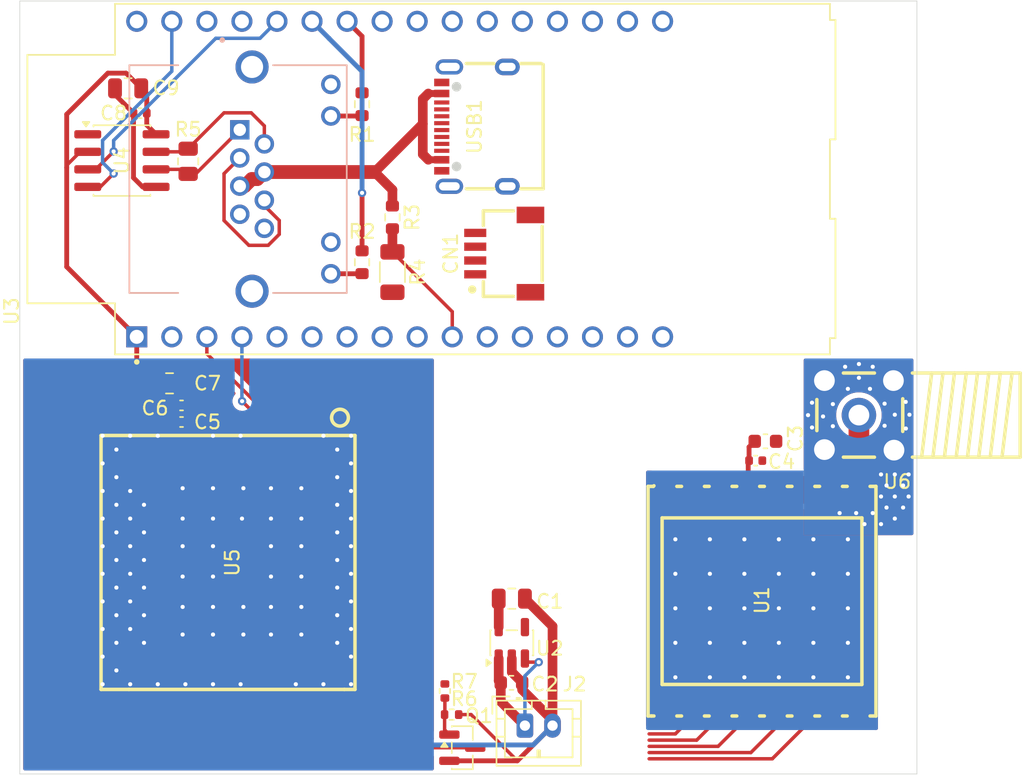
<source format=kicad_pcb>
(kicad_pcb (version 20241229) (generator "pcbnew") (generator_version "9.0")
  (layers (0 "F.Cu" signal) (2 "B.Cu" signal) (13 "F.Paste" user) (15 "B.Paste" user) (5 "F.SilkS" user "F.Silkscreen") (7 "B.SilkS" user "B.Silkscreen") (1 "F.Mask" user) (3 "B.Mask" user) (25 "Edge.Cuts" user))
  (net 0 "")
  (net 1 "+3V3")
  (net 2 "GND")
  (net 3 "+BATT")
  (net 4 "SCL")
  (net 5 "SDA")
  (net 6 "Net-(J1-Pad3)")
  (net 7 "RS_B")
  (net 8 "Net-(J1-Pad10)")
  (net 9 "Net-(J1-Pad12)")
  (net 10 "RS_A")
  (net 11 "VBUS")
  (net 12 "GPS_RESET")
  (net 13 "LED_GRN")
  (net 14 "LED_YLW")
  (net 15 "RJ45_SNS")
  (net 16 "BUSY")
  (net 17 "NRESET")
  (net 19 "SCK")
  (net 20 "Net-(U1-ANT)")
  (net 21 "MISO")
  (net 22 "MOSI")
  (net 23 "CS_1")
  (net 25 "DIO1")
  (net 33 "GPS_RX")
  (net 37 "GPS_TX")
  (net 38 "RS_EN")
  (net 39 "RS_TX")
  (net 57 "Net-(Q1-B)")
  (net 58 "Net-(Q1-C)")
  (footprint "Resistor_SMD:R_1206_3216Metric" (layer "F.Cu") (at 177 63.1375 -90)
    (property "Reference" "R4")
    (property "Value" "4.7k" (hide yes))
  )
  (footprint "Package_TO_SOT_SMD:SOT-23-5" (layer "F.Cu") (at 185.65 90 90)
    (property "Reference" "U2")
    (property "Value" "XC6220B331MR" (hide yes))
  )
  (footprint "library:GPSM-SMD_L18.4-W18.4-P2.54_LC86GLAMD" (layer "F.Cu") (at 165.4 84.1875 -90)
    (property "Reference" "U5")
    (property "Value" "~")
  )
  (footprint "Capacitor_SMD:C_0402_1005Metric" (layer "F.Cu") (at 158.72 51.625 180)
    (property "Reference" "C8")
    (property "Value" "100n" (hide yes))
  )
  (footprint "footprints:MODULE_ESP32-C6-DEVKITC-1-N8" (layer "F.Cu") (at 182.8 56.4 90)
    (property "Reference" "U3")
    (property "Value" "ESP32-C6-DEVKITC-1-N8" (hide yes))
  )
  (footprint "Capacitor_SMD:C_0402_1005Metric" (layer "F.Cu") (at 161.72 74)
    (property "Reference" "C5")
    (property "Value" "33p" (hide yes))
  )
  (footprint "Capacitor_SMD:C_0805_2012Metric" (layer "F.Cu") (at 157.85 49.825 180)
    (property "Reference" "C9")
    (property "Value" "4.7u" (hide yes))
  )
  (footprint "Library:SMA-TH_SMA-KWE_C7498154" (layer "F.Cu") (at 210.82 73.52 180)
    (property "Reference" "U6")
    (property "Value" "~")
  )
  (footprint "Connector_JST:JST_PH_B2B-PH-K_1x02_P2.00mm_Vertical" (layer "F.Cu") (at 186.6 96)
    (property "Reference" "J2")
    (property "Value" "B2B-PH-K-S" (hide yes))
  )
  (footprint "Resistor_SMD:R_0805_2012Metric" (layer "F.Cu") (at 162.2 55.1125 90)
    (property "Reference" "R5")
    (property "Value" "120" (hide yes))
  )
  (footprint "Resistor_SMD:R_0603_1608Metric" (layer "F.Cu") (at 177 59.175 -90)
    (property "Reference" "R3")
    (property "Value" "15K" (hide yes))
  )
  (footprint "Package_SO:SOIC-8_3.9x4.9mm_P1.27mm" (layer "F.Cu") (at 157.4 55.06)
    (property "Reference" "U4")
    (property "Value" "MAX3485")
  )
  (footprint "Resistor_SMD:R_0402_1005Metric" (layer "F.Cu") (at 180.8 93.49 -90)
    (property "Reference" "R7")
    (property "Value" "4.7k" (hide yes))
  )
  (footprint "Capacitor_SMD:C_0402_1005Metric" (layer "F.Cu") (at 203.32 76.8)
    (property "Reference" "C4")
    (property "Value" "100n" (hide yes))
  )
  (footprint "Capacitor_SMD:C_0805_2012Metric" (layer "F.Cu") (at 160.85 71.2)
    (property "Reference" "C7")
    (property "Value" "4.7u" (hide yes))
  )
  (footprint "library:CONN-SMD_4P-P1.00_XY-SM04B-SRSS-TB" (layer "F.Cu") (at 185 61.8 90)
    (property "Reference" "CN1")
    (property "Value" "~")
  )
  (footprint "Capacitor_SMD:C_0603_1608Metric" (layer "F.Cu") (at 185.625 92.9)
    (property "Reference" "C2")
    (property "Value" "10u" (hide yes))
  )
  (footprint "Capacitor_SMD:C_0402_1005Metric" (layer "F.Cu") (at 161.72 72.8)
    (property "Reference" "C6")
    (property "Value" "100n" (hide yes))
  )
  (footprint "Resistor_SMD:R_0603_1608Metric" (layer "F.Cu") (at 174.8 62.425 -90)
    (property "Reference" "R2")
    (property "Value" "150" (hide yes))
  )
  (footprint "Capacitor_SMD:C_0805_2012Metric" (layer "F.Cu") (at 185.65 86.8)
    (property "Reference" "C1")
    (property "Value" "4.7u" (hide yes))
  )
  (footprint "Package_TO_SOT_SMD:SOT-23" (layer "F.Cu") (at 182.0625 97.6)
    (property "Reference" "Q1")
    (property "Value" "MMBT3904" (hide yes))
  )
  (footprint "Resistor_SMD:R_0402_1005Metric" (layer "F.Cu") (at 181.29 95.2)
    (property "Reference" "R6")
    (property "Value" "47k" (hide yes))
  )
  (footprint "Capacitor_SMD:C_0603_1608Metric" (layer "F.Cu") (at 204.025 75.4)
    (property "Reference" "C3")
    (property "Value" "10u" (hide yes))
  )
  (footprint "Resistor_SMD:R_0603_1608Metric" (layer "F.Cu") (at 174.8 50.975 -90)
    (property "Reference" "R1")
    (property "Value" "150" (hide yes))
  )
  (footprint "footprints:WIRELM-SMD_16P-L16.0-W16.0-P2.00_LORA-CC68-915MHZ-TCXO" (layer "F.Cu") (at 203.777716 86.92 90)
    (property "Reference" "U1")
    (property "Value" "LORA1262-915TCXO" (hide yes))
  )
  (footprint "Library:USB-C-SMD_TYPE-C-6PIN-2MD-073" (layer "F.Cu") (at 182.94925 52.6 90)
    (property "Reference" "USB1")
    (property "Value" "~")
    (fp_poly (pts (xy 3.237006 -1.350684) (xy 3.213358 -1.438939) (xy 3.167674 -1.518067) (xy 3.103067 -1.582674) (xy 3.023939 -1.628358) (xy 2.935684 -1.652006) (xy 2.844316 -1.652006) (xy 2.756061 -1.628358) (xy 2.676933 -1.582674) (xy 2.612326 -1.518067) (xy 2.566642 -1.438939) (xy 2.542994 -1.350684) (xy 2.542994 -1.259316) (xy 2.566642 -1.171061) (xy 2.612326 -1.091933) (xy 2.676933 -1.027326) (xy 2.756061 -0.981642) (xy 2.844316 -0.957994) (xy 2.935684 -0.957994) (xy 3.023939 -0.981642) (xy 3.103067 -1.027326) (xy 3.167674 -1.091933) (xy 3.213358 -1.171061) (xy 3.237006 -1.259316)) (fill yes) (layer "Edge.Cuts"))
    (fp_poly (pts (xy -2.542994 -1.350684) (xy -2.566642 -1.438939) (xy -2.612326 -1.518067) (xy -2.676933 -1.582674) (xy -2.756061 -1.628358) (xy -2.844316 -1.652006) (xy -2.935684 -1.652006) (xy -3.023939 -1.628358) (xy -3.103067 -1.582674) (xy -3.167674 -1.518067) (xy -3.213358 -1.438939) (xy -3.237006 -1.350684) (xy -3.237006 -1.259316) (xy -3.213358 -1.171061) (xy -3.167674 -1.091933) (xy -3.103067 -1.027326) (xy -3.023939 -0.981642) (xy -2.935684 -0.957994) (xy -2.844316 -0.957994) (xy -2.756061 -0.981642) (xy -2.676933 -1.027326) (xy -2.612326 -1.091933) (xy -2.566642 -1.171061) (xy -2.542994 -1.259316)) (fill yes) (layer "Edge.Cuts"))
  )
  (footprint "footprints:ADAMTECH_MTJ-88ARX1-FSM-LG" (layer "B.Cu") (at 163.4 56.4 90)
    (property "Reference" "J1" (hide yes))
    (property "Value" "MTJ-88ARX1-FSM-LG" (hide yes))
  )
  (gr_line (start 150 43.5) (end 150 99.5) (stroke (width 0.05)) (layer "Edge.Cuts"))
  (gr_line (start 215 43.5) (end 150 43.5) (stroke (width 0.05)) (layer "Edge.Cuts"))
  (gr_line (start 150 99.5) (end 215 99.5) (stroke (width 0.05)) (layer "Edge.Cuts"))
  (gr_line (start 215 99.5) (end 215 43.5) (stroke (width 0.05)) (layer "Edge.Cuts"))
  (segment (start 203.25 75.4) (end 202.84 75.81) (width 0.35) (layer "F.Cu") (net 1))
  (segment (start 161.24 76.9) (end 161.2775 76.9375) (width 0.35) (layer "F.Cu") (net 1))
  (segment (start 157.699 48.724) (end 156.383774 48.724) (width 0.35) (layer "F.Cu") (net 1))
  (segment (start 184.7 88.8625) (end 184.7 86.8) (width 0.7) (layer "F.Cu") (net 1))
  (segment (start 202.777716 76.862284) (end 202.84 76.8) (width 0.35) (layer "F.Cu") (net 1))
  (segment (start 159.9 71.2) (end 159.9 71.46) (width 0.35) (layer "F.Cu") (net 1))
  (segment (start 153.4 51.707774) (end 153.4 55.567678) (width 0.35) (layer "F.Cu") (net 1))
  (segment (start 159.9 71.46) (end 161.24 72.8) (width 0.35) (layer "F.Cu") (net 1))
  (segment (start 202.777716 78.92) (end 202.777716 76.862284) (width 0.35) (layer "F.Cu") (net 1))
  (segment (start 161.24 72.8) (end 161.24 74) (width 0.35) (layer "F.Cu") (net 1))
  (segment (start 202.84 75.81) (end 202.84 76.8) (width 0.35) (layer "F.Cu") (net 1))
  (segment (start 158.8 49.825) (end 159.2 50.225) (width 0.35) (layer "F.Cu") (net 1))
  (segment (start 154.95 54.4) (end 154.925 54.425) (width 0.25) (layer "F.Cu") (net 1))
  (segment (start 159.2 50.225) (end 159.2 51.625) (width 0.35) (layer "F.Cu") (net 1))
  (segment (start 159.2 51.625) (end 159.2 52.48) (width 0.35) (layer "F.Cu") (net 1))
  (segment (start 158.8 49.825) (end 157.699 48.724) (width 0.35) (layer "F.Cu") (net 1))
  (segment (start 159.2 52.48) (end 159.875 53.155) (width 0.35) (layer "F.Cu") (net 1))
  (segment (start 154.925 54.425) (end 154.375 54.425) (width 0.25) (layer "F.Cu") (net 1))
  (segment (start 158.475 67.83) (end 158.475 69.775) (width 0.35) (layer "F.Cu") (net 1))
  (segment (start 153.4 55.4) (end 153.4 55.567678) (width 0.25) (layer "F.Cu") (net 1))
  (segment (start 153.4 55.567678) (end 153.4 56) (width 0.25) (layer "F.Cu") (net 1))
  (segment (start 153.4 62.755) (end 158.475 67.83) (width 0.35) (layer "F.Cu") (net 1))
  (segment (start 154.375 54.425) (end 153.4 55.4) (width 0.25) (layer "F.Cu") (net 1))
  (segment (start 158.475 69.775) (end 159.9 71.2) (width 0.35) (layer "F.Cu") (net 1))
  (segment (start 156.383774 48.724) (end 153.4 51.707774) (width 0.35) (layer "F.Cu") (net 1))
  (segment (start 161.24 74) (end 161.24 74.36) (width 0.35) (layer "F.Cu") (net 1))
  (segment (start 153.4 55.567678) (end 153.4 62.755) (width 0.35) (layer "F.Cu") (net 1))
  (segment (start 161.24 74) (end 161.24 76.9) (width 0.35) (layer "F.Cu") (net 1))
  (segment (start 161.24 74.36) (end 163.8175 76.9375) (width 0.35) (layer "F.Cu") (net 1))
  (segment (start 188.6 88.8) (end 188.6 96) (width 0.7) (layer "F.Cu") (net 2))
  (segment (start 182.7 95.2) (end 186.05 98.55) (width 0.25) (layer "F.Cu") (net 2))
  (segment (start 188.6 95.6) (end 188.6 96) (width 0.7) (layer "F.Cu") (net 2))
  (segment (start 186.05 98.55) (end 188.6 96) (width 0.35) (layer "F.Cu") (net 2))
  (segment (start 185.65 91.1375) (end 185.65 92.121336) (width 0.7) (layer "F.Cu") (net 2))
  (segment (start 156.9 50.285) (end 158.24 51.625) (width 0.35) (layer "F.Cu") (net 2))
  (segment (start 186.6 86.8) (end 188.6 88.8) (width 0.7) (layer "F.Cu") (net 2))
  (segment (start 158.24 51.625) (end 158.24 56.304999) (width 0.35) (layer "F.Cu") (net 2))
  (segment (start 186.4 92.871336) (end 186.4 92.9) (width 0.7) (layer "F.Cu") (net 2))
  (segment (start 156.9 49.825) (end 156.9 50.285) (width 0.35) (layer "F.Cu") (net 2))
  (segment (start 186.4 92.9) (end 186.4 93.4) (width 0.7) (layer "F.Cu") (net 2))
  (segment (start 186.05 98.55) (end 181.125 98.55) (width 0.35) (layer "F.Cu") (net 2))
  (segment (start 186.4 93.4) (end 188.6 95.6) (width 0.7) (layer "F.Cu") (net 2))
  (segment (start 185.65 92.121336) (end 186.4 92.871336) (width 0.7) (layer "F.Cu") (net 2))
  (segment (start 158.900001 56.965) (end 159.875 56.965) (width 0.35) (layer "F.Cu") (net 2))
  (segment (start 181.8 95.2) (end 182.7 95.2) (width 0.25) (layer "F.Cu") (net 2))
  (segment (start 158.24 56.304999) (end 158.900001 56.965) (width 0.35) (layer "F.Cu") (net 2))
  (via (at 166 93) (size 0.6) (drill 0.3) (layers "F.Cu" "B.Cu") (net 2))
  (via (at 210 87.5) (size 0.6) (drill 0.3) (layers "F.Cu" "B.Cu") (net 2))
  (via (at 200 90) (size 0.6) (drill 0.3) (layers "F.Cu" "B.Cu") (net 2))
  (via (at 205 82.5) (size 0.6) (drill 0.3) (layers "F.Cu" "B.Cu") (net 2))
  (via (at 208.2 73.6) (size 0.6) (drill 0.3) (layers "F.Cu" "B.Cu") (net 2))
  (via (at 210.8 69.8) (size 0.6) (drill 0.3) (layers "F.Cu" "B.Cu") (net 2))
  (via (at 159 90) (size 0.6) (drill 0.3) (layers "F.Cu" "B.Cu") (net 2))
  (via (at 162 93) (size 0.6) (drill 0.3) (layers "F.Cu" "B.Cu") (net 2))
  (via (at 157 92) (size 0.6) (drill 0.3) (layers "F.Cu" "B.Cu") (net 2))
  (via (at 157 90) (size 0.6) (drill 0.3) (layers "F.Cu" "B.Cu") (net 2))
  (via (at 208.912076 74.304309) (size 0.6) (drill 0.3) (layers "F.Cu" "B.Cu") (net 2))
  (via (at 157 84) (size 0.6) (drill 0.3) (layers "F.Cu" "B.Cu") (net 2))
  (via (at 173 78) (size 0.6) (drill 0.3) (layers "F.Cu" "B.Cu") (net 2))
  (via (at 164 85.2) (size 0.6) (drill 0.3) (layers "F.Cu" "B.Cu") (net 2))
  (via (at 164 87.4) (size 0.6) (drill 0.3) (layers "F.Cu" "B.Cu") (net 2))
  (via (at 160 93) (size 0.6) (drill 0.3) (layers "F.Cu" "B.Cu") (net 2))
  (via (at 205 87.5) (size 0.6) (drill 0.3) (layers "F.Cu" "B.Cu") (net 2))
  (via (at 200 87.5) (size 0.6) (drill 0.3) (layers "F.Cu" "B.Cu") (net 2))
  (via (at 158 89) (size 0.6) (drill 0.3) (layers "F.Cu" "B.Cu") (net 2))
  (via (at 168.2 83) (size 0.6) (drill 0.3) (layers "F.Cu" "B.Cu") (net 2))
  (via (at 166.2 89.4) (size 0.6) (drill 0.3) (layers "F.Cu" "B.Cu") (net 2))
  (via (at 166.2 78.8) (size 0.6) (drill 0.3) (layers "F.Cu" "B.Cu") (net 2))
  (via (at 164 89.4) (size 0.6) (drill 0.3) (layers "F.Cu" "B.Cu") (net 2))
  (via (at 214.4 77.8) (size 0.6) (drill 0.3) (layers "F.Cu" "B.Cu") (net 2))
  (via (at 173 88) (size 0.6) (drill 0.3) (layers "F.Cu" "B.Cu") (net 2))
  (via (at 166.2 87.4) (size 0.6) (drill 0.3) (layers "F.Cu" "B.Cu") (net 2))
  (via (at 159 82) (size 0.6) (drill 0.3) (layers "F.Cu" "B.Cu") (net 2))
  (via (at 168.2 81) (size 0.6) (drill 0.3) (layers "F.Cu" "B.Cu") (net 2))
  (via (at 156 77) (size 0.6) (drill 0.3) (layers "F.Cu" "B.Cu") (net 2))
  (via (at 173 82) (size 0.6) (drill 0.3) (layers "F.Cu" "B.Cu") (net 2))
  (via (at 210.8 70.8) (size 0.6) (drill 0.3) (layers "F.Cu" "B.Cu") (net 2))
  (via (at 156 79) (size 0.6) (drill 0.3) (layers "F.Cu" "B.Cu") (net 2))
  (via (at 174 93) (size 0.6) (drill 0.3) (layers "F.Cu" "B.Cu") (net 2))
  (via (at 170.4 85.2) (size 0.6) (drill 0.3) (layers "F.Cu" "B.Cu") (net 2))
  (via (at 197.5 87.5) (size 0.6) (drill 0.3) (layers "F.Cu" "B.Cu") (net 2))
  (via (at 210.6 80.6) (size 0.6) (drill 0.3) (layers "F.Cu" "B.Cu") (net 2))
  (via (at 174 87) (size 0.6) (drill 0.3) (layers "F.Cu" "B.Cu") (net 2))
  (via (at 159 88) (size 0.6) (drill 0.3) (layers "F.Cu" "B.Cu") (net 2))
  (via (at 159 80) (size 0.6) (drill 0.3) (layers "F.Cu" "B.Cu") (net 2))
  (via (at 168.2 85.2) (size 0.6) (drill 0.3) (layers "F.Cu" "B.Cu") (net 2))
  (via (at 160 75) (size 0.6) (drill 0.3) (layers "F.Cu" "B.Cu") (net 2))
  (via (at 202.5 90) (size 0.6) (drill 0.3) (layers "F.Cu" "B.Cu") (net 2))
  (via (at 212.4 81.4) (size 0.6) (drill 0.3) (layers "F.Cu" "B.Cu") (net 2))
  (via (at 200 82.5) (size 0.6) (drill 0.3) (layers "F.Cu" "B.Cu") (net 2))
  (via (at 170 93) (size 0.6) (drill 0.3) (layers "F.Cu" "B.Cu") (net 2))
  (via (at 158 87) (size 0.6) (drill 0.3) (layers "F.Cu" "B.Cu") (net 2))
  (via (at 202.5 82.5) (size 0.6) (drill 0.3) (layers "F.Cu" "B.Cu") (net 2))
  (via (at 156 93) (size 0.6) (drill 0.3) (layers "F.Cu" "B.Cu") (net 2))
  (via (at 164 83) (size 0.6) (drill 0.3) (layers "F.Cu" "B.Cu") (net 2))
  (via (at 156 91) (size 0.6) (drill 0.3) (layers "F.Cu" "B.Cu") (net 2))
  (via (at 168.2 87.4) (size 0.6) (drill 0.3) (layers "F.Cu" "B.Cu") (net 2))
  (via (at 205 90) (size 0.6) (drill 0.3) (layers "F.Cu" "B.Cu") (net 2))
  (via (at 212.659482 72.673275) (size 0.6) (drill 0.3) (layers "F.Cu" "B.Cu") (net 2))
  (via (at 210 92.5) (size 0.6) (drill 0.3) (layers "F.Cu" "B.Cu") (net 2))
  (via (at 161.8 81) (size 0.6) (drill 0.3) (layers "F.Cu" "B.Cu") (net 2))
  (via (at 197.5 90) (size 0.6) (drill 0.3) (layers "F.Cu" "B.Cu") (net 2))
  (via (at 173 80) (size 0.6) (drill 0.3) (layers "F.Cu" "B.Cu") (net 2))
  (via (at 157 78) (size 0.6) (drill 0.3) (layers "F.Cu" "B.Cu") (net 2))
  (via (at 161.8 87.4) (size 0.6) (drill 0.3) (layers "F.Cu" "B.Cu") (net 2))
  (via (at 174 85) (size 0.6) (drill 0.3) (layers "F.Cu" "B.Cu") (net 2))
  (via (at 156 81) (size 0.6) (drill 0.3) (layers "F.Cu" "B.Cu") (net 2))
  (via (at 168.2 89.4) (size 0.6) (drill 0.3) (layers "F.Cu" "B.Cu") (net 2))
  (via (at 213.4 77.8) (size 0.6) (drill 0.3) (layers "F.Cu" "B.Cu") (net 2))
  (via (at 157 80) (size 0.6) (drill 0.3) (layers "F.Cu" "B.Cu") (net 2))
  (via (at 212.4 77.8) (size 0.6) (drill 0.3) (layers "F.Cu" "B.Cu") (net 2))
  (via (at 211.8 70) (size 0.6) (drill 0.3) (layers "F.Cu" "B.Cu") (net 2))
  (via (at 156 75) (size 0.6) (drill 0.3) (layers "F.Cu" "B.Cu") (net 2))
  (via (at 174 79) (size 0.6) (drill 0.3) (layers "F.Cu" "B.Cu") (net 2))
  (via (at 166.1 81) (size 0.6) (drill 0.3) (layers "F.Cu" "B.Cu") (net 2))
  (via (at 161.8 85.2) (size 0.6) (drill 0.3) (layers "F.Cu" "B.Cu") (net 2))
  (via (at 170.4 83) (size 0.6) (drill 0.3) (layers "F.Cu" "B.Cu") (net 2))
  (via (at 161.8 83) (size 0.6) (drill 0.3) (layers "F.Cu" "B.Cu") (net 2))
  (via (at 200 92.5) (size 0.6) (drill 0.3) (layers "F.Cu" "B.Cu") (net 2))
  (via (at 214 78.6) (size 0.6) (drill 0.3) (layers "F.Cu" "B.Cu") (net 2))
  (via (at 174 77) (size 0.6) (drill 0.3) (layers "F.Cu" "B.Cu") (net 2))
  (via (at 170.4 89.4) (size 0.6) (drill 0.3) (layers "F.Cu" "B.Cu") (net 2))
  (via (at 158 93) (size 0.6) (drill 0.3) (layers "F.Cu" "B.Cu") (net 2))
  (via (at 159 84) (size 0.6) (drill 0.3) (layers "F.Cu" "B.Cu") (net 2))
  (via (at 210 90) (size 0.6) (drill 0.3) (layers "F.Cu" "B.Cu") (net 2))
  (via (at 172 75) (size 0.6) (drill 0.3) (layers "F.Cu" "B.Cu") (net 2))
  (via (at 170.4 78.8) (size 0.6) (drill 0.3) (layers "F.Cu" "B.Cu") (net 2))
  (via (at 158 83) (size 0.6) (drill 0.3) (layers "F.Cu" "B.Cu") (net 2))
  (via (at 158 75) (size 0.6) (drill 0.3) (layers "F.Cu" "B.Cu") (net 2))
  (via (at 170.4 81) (size 0.6) (drill 0.3) (layers "F.Cu" "B.Cu") (net 2))
  (via (at 156 87) (size 0.6) (drill 0.3) (layers "F.Cu" "B.Cu") (net 2))
  (via (at 212.659482 74.273275) (size 0.6) (drill 0.3) (layers "F.Cu" "B.Cu") (net 2))
  (via (at 174 83) (size 0.6) (drill 0.3) (layers "F.Cu" "B.Cu") (net 2))
  (via (at 207.5 85) (size 0.6) (drill 0.3) (layers "F.Cu" "B.Cu") (net 2))
  (via (at 202.5 87.5) (size 0.6) (drill 0.3) (layers "F.Cu" "B.Cu") (net 2))
  (via (at 205 92.5) (size 0.6) (drill 0.3) (layers "F.Cu" "B.Cu") (net 2))
  (via (at 205 85) (size 0.6) (drill 0.3) (layers "F.Cu" "B.Cu") (net 2))
  (via (at 174 75) (size 0.6) (drill 0.3) (layers "F.Cu" "B.Cu") (net 2))
  (via (at 197.5 92.5) (size 0.6) (drill 0.3) (layers "F.Cu" "B.Cu") (net 2))
  (via (at 157 86) (size 0.6) (drill 0.3) (layers "F.Cu" "B.Cu") (net 2))
  (via (at 173 90) (size 0.6) (drill 0.3) (layers "F.Cu" "B.Cu") (net 2))
  (via (at 158 79) (size 0.6) (drill 0.3) (layers "F.Cu" "B.Cu") (net 2))
  (via (at 161.8 78.8) (size 0.6) (drill 0.3) (layers "F.Cu" "B.Cu") (net 2))
  (via (at 159 86) (size 0.6) (drill 0.3) (layers "F.Cu" "B.Cu") (net 2))
  (via (at 208.912076 72.704309) (size 0.6) (drill 0.3) (layers "F.Cu" "B.Cu") (net 2))
  (via (at 156 85) (size 0.6) (drill 0.3) (layers "F.Cu" "B.Cu") (net 2))
  (via (at 209.4 80.6) (size 0.6) (drill 0.3) (layers "F.Cu" "B.Cu") (net 2))
  (via (at 210 71.6) (size 0.6) (drill 0.3) (layers "F.Cu" "B.Cu") (net 2))
  (via (at 207.5 92.5) (size 0.6) (drill 0.3) (layers "F.Cu" "B.Cu") (net 2))
  (via (at 207.5 82.5) (size 0.6) (drill 0.3) (layers "F.Cu" "B.Cu") (net 2))
  (via (at 213.4 79.4) (size 0.6) (drill 0.3) (layers "F.Cu" "B.Cu") (net 2))
  (via (at 170.4 87.4) (size 0.6) (drill 0.3) (layers "F.Cu" "B.Cu") (net 2))
  (via (at 207.4 72.6) (size 0.6) (drill 0.3) (layers "F.Cu" "B.Cu") (net 2))
  (via (at 211.2 81.4) (size 0.6) (drill 0.3) (layers "F.Cu" "B.Cu") (net 2))
  (via (at 202.5 85) (size 0.6) (drill 0.3) (layers "F.Cu" "B.Cu") (net 2))
  (via (at 172 93) (size 0.6) (drill 0.3) (layers "F.Cu" "B.Cu") (net 2))
  (via (at 214.2 74.473275) (size 0.6) (drill 0.3) (layers "F.Cu" "B.Cu") (net 2))
  (via (at 211.8 80.6) (size 0.6) (drill 0.3) (layers "F.Cu" "B.Cu") (net 2))
  (via (at 197.5 82.5) (size 0.6) (drill 0.3) (layers "F.Cu" "B.Cu") (net 2))
  (via (at 161.8 89.4) (size 0.6) (drill 0.3) (layers "F.Cu" "B.Cu") (net 2))
  (via (at 157 82) (size 0.6) (drill 0.3) (layers "F.Cu" "B.Cu") (net 2))
  (via (at 214.188789 72.543963) (size 0.6) (drill 0.3) (layers "F.Cu" "B.Cu") (net 2))
  (via (at 202.5 92.5) (size 0.6) (drill 0.3) (layers "F.Cu" "B.Cu") (net 2))
  (via (at 207.5 90) (size 0.6) (drill 0.3) (layers "F.Cu" "B.Cu") (net 2))
  (via (at 213.4 73.473275) (size 0.6) (drill 0.3) (layers "F.Cu" "B.Cu") (net 2))
  (via (at 209.8 70) (size 0.6) (drill 0.3) (layers "F.Cu" "B.Cu") (net 2))
  (via (at 213.4 81) (size 0.6) (drill 0.3) (layers "F.Cu" "B.Cu") (net 2))
  (via (at 207.4 74.4) (size 0.6) (drill 0.3) (layers "F.Cu" "B.Cu") (net 2))
  (via (at 157 88) (size 0.6) (drill 0.3) (layers "F.Cu" "B.Cu") (net 2))
  (via (at 158 81) (size 0.6) (drill 0.3) (layers "F.Cu" "B.Cu") (net 2))
  (via (at 166 75) (size 0.6) (drill 0.3) (layers "F.Cu" "B.Cu") (net 2))
  (via (at 214 80.2) (size 0.6) (drill 0.3) (layers "F.Cu" "B.Cu") (net 2))
  (via (at 164 93) (size 0.6) (drill 0.3) (layers "F.Cu" "B.Cu") (net 2))
  (via (at 156 89) (size 0.6) (drill 0.3) (layers "F.Cu" "B.Cu") (net 2))
  (via (at 174 81) (size 0.6) (drill 0.3) (layers "F.Cu" "B.Cu") (net 2))
  (via (at 197.5 85) (size 0.6) (drill 0.3) (layers "F.Cu" "B.Cu") (net 2))
  (via (at 168.2 78.8) (size 0.6) (drill 0.3) (layers "F.Cu" "B.Cu") (net 2))
  (via (at 214.4 79.4) (size 0.6) (drill 0.3) (layers "F.Cu" "B.Cu") (net 2))
  (via (at 174 91) (size 0.6) (drill 0.3) (layers "F.Cu" "B.Cu") (net 2))
  (via (at 212.4 79.4) (size 0.6) (drill 0.3) (layers "F.Cu" "B.Cu") (net 2))
  (via (at 207.5 87.5) (size 0.6) (drill 0.3) (layers "F.Cu" "B.Cu") (net 2))
  (via (at 158 85) (size 0.6) (drill 0.3) (layers "F.Cu" "B.Cu") (net 2))
  (via (at 174 89) (size 0.6) (drill 0.3) (layers "F.Cu" "B.Cu") (net 2))
  (via (at 207.112076 73.504309) (size 0.6) (drill 0.3) (layers "F.Cu" "B.Cu") (net 2))
  (via (at 212.8 80.2) (size 0.6) (drill 0.3) (layers "F.Cu" "B.Cu") (net 2))
  (via (at 212.8 78.6) (size 0.6) (drill 0.3) (layers "F.Cu" "B.Cu") (net 2))
  (via (at 173 76) (size 0.6) (drill 0.3) (layers "F.Cu" "B.Cu") (net 2))
  (via (at 173 84) (size 0.6) (drill 0.3) (layers "F.Cu" "B.Cu") (net 2))
  (via (at 211.6 71.6) (size 0.6) (drill 0.3) (layers "F.Cu" "B.Cu") (net 2))
  (via (at 157 76) (size 0.6) (drill 0.3) (layers "F.Cu" "B.Cu") (net 2))
  (via (at 164 75) (size 0.6) (drill 0.3) (layers "F.Cu" "B.Cu") (net 2))
  (via (at 214.459482 73.473275) (size 0.6) (drill 0.3) (layers "F.Cu" "B.Cu") (net 2))
  (via (at 200 85) (size 0.6) (drill 0.3) (layers "F.Cu" "B.Cu") (net 2))
  (via (at 164 81) (size 0.6) (drill 0.3) (layers "F.Cu" "B.Cu") (net 2))
  (via (at 156 83) (size 0.6) (drill 0.3) (layers "F.Cu" "B.Cu") (net 2))
  (via (at 210 85) (size 0.6) (drill 0.3) (layers "F.Cu" "B.Cu") (net 2))
  (via (at 173 86) (size 0.6) (drill 0.3) (layers "F.Cu" "B.Cu") (net 2))
  (via (at 164 78.8) (size 0.6) (drill 0.3) (layers "F.Cu" "B.Cu") (net 2))
  (via (at 210 82.5) (size 0.6) (drill 0.3) (layers "F.Cu" "B.Cu") (net 2))
  (segment (start 178.4 97.4) (end 174 93) (width 0.35) (layer "B.Cu") (net 2))
  (segment (start 187.2 97.4) (end 178.4 97.4) (width 0.35) (layer "B.Cu") (net 2))
  (segment (start 188.6 96) (end 187.2 97.4) (width 0.35) (layer "B.Cu") (net 2))
  (segment (start 184.85 92.9) (end 184.85 94.25) (width 0.7) (layer "F.Cu") (net 3))
  (segment (start 184.7 92.75) (end 184.85 92.9) (width 0.7) (layer "F.Cu") (net 3))
  (segment (start 184.85 94.25) (end 186.6 96) (width 0.7) (layer "F.Cu") (net 3))
  (segment (start 187.6 91.4) (end 186.8625 91.4) (width 0.25) (layer "F.Cu") (net 3))
  (segment (start 186.8625 91.4) (end 186.6 91.1375) (width 0.25) (layer "F.Cu") (net 3))
  (segment (start 184.7 91.1375) (end 184.7 92.75) (width 0.7) (layer "F.Cu") (net 3))
  (via (at 187.6 91.4) (size 0.6) (drill 0.3) (layers "F.Cu" "B.Cu") (net 3))
  (segment (start 186.6 96) (end 186.6 92.4) (width 0.25) (layer "B.Cu") (net 3))
  (segment (start 186.6 92.4) (end 187.6 91.4) (width 0.25) (layer "B.Cu") (net 3))
  (segment (start 168.8 60.4) (end 168 61.2) (width 0.25) (layer "F.Cu") (net 6))
  (segment (start 168 61.2) (end 166.6 61.2) (width 0.25) (layer "F.Cu") (net 6))
  (segment (start 167.72 58.32) (end 168.8 59.4) (width 0.25) (layer "F.Cu") (net 6))
  (segment (start 164.8 56.01) (end 165.94 54.87) (width 0.25) (layer "F.Cu") (net 6))
  (segment (start 167.72 57.93) (end 167.72 58.32) (width 0.25) (layer "F.Cu") (net 6))
  (segment (start 166.6 61.2) (end 164.8 59.4) (width 0.25) (layer "F.Cu") (net 6))
  (segment (start 164.8 59.4) (end 164.8 56.01) (width 0.25) (layer "F.Cu") (net 6))
  (segment (start 168.8 59.4) (end 168.8 60.4) (width 0.25) (layer "F.Cu") (net 6))
  (segment (start 159.875 54.425) (end 161.975 54.425) (width 0.25) (layer "F.Cu") (net 7))
  (segment (start 167.72 52.55) (end 167.72 53.85) (width 0.25) (layer "F.Cu") (net 7))
  (segment (start 162.2 54.2) (end 164.8 51.6) (width 0.25) (layer "F.Cu") (net 7))
  (segment (start 166.77 51.6) (end 167.72 52.55) (width 0.25) (layer "F.Cu") (net 7))
  (segment (start 164.8 51.6) (end 166.77 51.6) (width 0.25) (layer "F.Cu") (net 7))
  (segment (start 161.975 54.425) (end 162.2 54.2) (width 0.25) (layer "F.Cu") (net 7))
  (segment (start 174.77 51.83) (end 174.8 51.8) (width 0.35) (layer "F.Cu") (net 8))
  (segment (start 172.54 51.83) (end 174.77 51.83) (width 0.35) (layer "F.Cu") (net 8))
  (segment (start 174.79 63.26) (end 174.8 63.25) (width 0.35) (layer "F.Cu") (net 9))
  (segment (start 172.54 63.26) (end 174.79 63.26) (width 0.35) (layer "F.Cu") (net 9))
  (segment (start 162.2 56.025) (end 162.745 56.025) (width 0.25) (layer "F.Cu") (net 10))
  (segment (start 159.875 55.695) (end 161.87 55.695) (width 0.25) (layer "F.Cu") (net 10))
  (segment (start 162.745 56.025) (end 165.94 52.83) (width 0.25) (layer "F.Cu") (net 10))
  (segment (start 161.87 55.695) (end 162.2 56.025) (width 0.25) (layer "F.Cu") (net 10))
  (segment (start 179.2 54.6) (end 179.6 55) (width 0.7) (layer "F.Cu") (net 11))
  (segment (start 166.29 56.91) (end 166.8 56.4) (width 1) (layer "F.Cu") (net 11))
  (segment (start 179.2 50.6) (end 179.2 52.4) (width 0.7) (layer "F.Cu") (net 11))
  (segment (start 179.6 50.2) (end 179.2 50.6) (width 0.7) (layer "F.Cu") (net 11))
  (segment (start 175.71 55.89) (end 179.2 52.4) (width 0.7) (layer "F.Cu") (net 11))
  (segment (start 167.21 56.4) (end 167.72 55.89) (width 1) (layer "F.Cu") (net 11))
  (segment (start 166.8 56.4) (end 167.21 56.4) (width 1) (layer "F.Cu") (net 11))
  (segment (start 179.2 52.4) (end 179.2 54.6) (width 0.7) (layer "F.Cu") (net 11))
  (segment (start 177 57.18) (end 175.71 55.89) (width 0.7) (layer "F.Cu") (net 11))
  (segment (start 180.57425 50.2) (end 179.6 50.2) (width 0.5) (layer "F.Cu") (net 11))
  (segment (start 179.6 55) (end 180.57425 55) (width 0.5) (layer "F.Cu") (net 11))
  (segment (start 167.72 55.89) (end 175.71 55.89) (width 1) (layer "F.Cu") (net 11))
  (segment (start 177 58.35) (end 177 57.18) (width 0.7) (layer "F.Cu") (net 11))
  (segment (start 165.94 56.91) (end 166.29 56.91) (width 1) (layer "F.Cu") (net 11))
  (segment (start 174.8 50.15) (end 174.8 46.055) (width 0.35) (layer "F.Cu") (net 13))
  (segment (start 174.8 46.055) (end 173.715 44.97) (width 0.35) (layer "F.Cu") (net 13))
  (segment (start 174.8 61.6) (end 174.8 57.4) (width 0.35) (layer "F.Cu") (net 14))
  (via (at 174.8 57.4) (size 0.6) (drill 0.3) (layers "F.Cu" "B.Cu") (net 14))
  (segment (start 172.405 46.205) (end 172.405 46.2) (width 0.35) (layer "B.Cu") (net 14))
  (segment (start 174.8 48.6) (end 172.405 46.205) (width 0.35) (layer "B.Cu") (net 14))
  (segment (start 174.8 57.4) (end 174.8 48.6) (width 0.35) (layer "B.Cu") (net 14))
  (segment (start 172.405 46.2) (end 171.175 44.97) (width 0.35) (layer "B.Cu") (net 14))
  (segment (start 181.335 66.01) (end 177 61.675) (width 0.25) (layer "F.Cu") (net 15))
  (segment (start 181.335 67.83) (end 181.335 66.01) (width 0.25) (layer "F.Cu") (net 15))
  (segment (start 177 60) (end 177 61.675) (width 0.7) (layer "F.Cu") (net 15))
  (segment (start 204.52 98.404) (end 195.6 98.404) (width 0.25) (layer "F.Cu") (net 17))
  (segment (start 206.777716 94.92) (end 206.777716 96.146284) (width 0.25) (layer "F.Cu") (net 17))
  (segment (start 206.777716 96.146284) (end 204.52 98.404) (width 0.25) (layer "F.Cu") (net 17))
  (segment (start 200.595716 97.502) (end 202.777716 95.32) (width 0.25) (layer "F.Cu") (net 19))
  (segment (start 202.777716 95.32) (end 202.777716 94.92) (width 0.25) (layer "F.Cu") (net 19))
  (segment (start 195.6 97.502) (end 200.595716 97.502) (width 0.25) (layer "F.Cu") (net 19))
  (segment (start 210.8 78.897716) (end 210.777716 78.92) (width 1.5) (layer "F.Cu") (net 20))
  (segment (start 210.8 73.5) (end 210.8 78.897716) (width 1.5) (layer "F.Cu") (net 20))
  (segment (start 198.777716 95.32) (end 197.497716 96.6) (width 0.25) (layer "F.Cu") (net 21))
  (segment (start 198.777716 94.92) (end 198.777716 95.32) (width 0.25) (layer "F.Cu") (net 21))
  (segment (start 197.497716 96.6) (end 195.6 96.6) (width 0.25) (layer "F.Cu") (net 21))
  (segment (start 199.046716 97.051) (end 200.777716 95.32) (width 0.25) (layer "F.Cu") (net 22))
  (segment (start 195.6 97.051) (end 199.046716 97.051) (width 0.25) (layer "F.Cu") (net 22))
  (segment (start 200.777716 95.32) (end 200.777716 94.92) (width 0.25) (layer "F.Cu") (net 22))
  (segment (start 204.777716 96.146284) (end 202.971 97.953) (width 0.25) (layer "F.Cu") (net 23))
  (segment (start 202.971 97.953) (end 195.6 97.953) (width 0.25) (layer "F.Cu") (net 23))
  (segment (start 204.777716 94.92) (end 204.777716 96.146284) (width 0.25) (layer "F.Cu") (net 23))
  (segment (start 163.555 67.83) (end 163.555 69.055) (width 0.25) (layer "F.Cu") (net 33))
  (segment (start 163.555 69.055) (end 171.4375 76.9375) (width 0.25) (layer "F.Cu") (net 33))
  (segment (start 166.108058 72.491942) (end 168.8975 75.281384) (width 0.25) (layer "F.Cu") (net 37))
  (segment (start 168.8975 75.281384) (end 168.8975 76.9375) (width 0.25) (layer "F.Cu") (net 37))
  (via (at 166.108058 72.491942) (size 0.6) (drill 0.3) (layers "F.Cu" "B.Cu") (net 37))
  (segment (start 166.095 72.478884) (end 166.108058 72.491942) (width 0.25) (layer "B.Cu") (net 37))
  (segment (start 166.095 67.83) (end 166.095 72.478884) (width 0.25) (layer "B.Cu") (net 37))
  (segment (start 155.505 55.695) (end 156.8 54.4) (width 0.25) (layer "F.Cu") (net 38))
  (segment (start 154.925 55.695) (end 155.505 55.695) (width 0.25) (layer "F.Cu") (net 38))
  (via (at 156.8 54.4) (size 0.6) (drill 0.3) (layers "F.Cu" "B.Cu") (net 38))
  (segment (start 156.8 54.4) (end 156.8 53.6) (width 0.25) (layer "B.Cu") (net 38))
  (segment (start 167.405 46.2) (end 168.635 44.97) (width 0.25) (layer "B.Cu") (net 38))
  (segment (start 164.2 46.2) (end 167.405 46.2) (width 0.25) (layer "B.Cu") (net 38))
  (segment (start 156.8 53.6) (end 164.2 46.2) (width 0.25) (layer "B.Cu") (net 38))
  (segment (start 155.835 56.965) (end 156.8 56) (width 0.25) (layer "F.Cu") (net 39))
  (segment (start 154.925 56.965) (end 155.835 56.965) (width 0.25) (layer "F.Cu") (net 39))
  (via (at 156.8 56) (size 0.6) (drill 0.3) (layers "F.Cu" "B.Cu") (net 39))
  (segment (start 161.015 48.585) (end 161.015 44.97) (width 0.25) (layer "B.Cu") (net 39))
  (segment (start 156 53.6) (end 161.015 48.585) (width 0.25) (layer "B.Cu") (net 39))
  (segment (start 156 55.2) (end 156 53.6) (width 0.25) (layer "B.Cu") (net 39))
  (segment (start 156.8 56) (end 156 55.2) (width 0.25) (layer "B.Cu") (net 39))
  (segment (start 180.78 96.305) (end 181.125 96.65) (width 0.25) (layer "F.Cu") (net 57))
  (segment (start 180.78 95.2) (end 180.78 96.305) (width 0.25) (layer "F.Cu") (net 57))
  (segment (start 180.8 95.18) (end 180.78 95.2) (width 0.25) (layer "F.Cu") (net 57))
  (segment (start 180.8 94) (end 180.8 95.18) (width 0.25) (layer "F.Cu") (net 57))
  (segment (start 166.3575 91.4375) (end 172.52 97.6) (width 0.25) (layer "F.Cu") (net 58))
  (segment (start 172.52 97.6) (end 183 97.6) (width 0.25) (layer "F.Cu") (net 58))
  (zone (net 2) (net_name "GND") (layers "F.Cu" "B.Cu") (priority 1) (connect_pads (clearance 0.4)) (min_thickness 0.25) (fill yes (thermal_gap 0.5) (thermal_bridge_width 0.5))
    (polygon (pts (xy 195.377716 77.52) (xy 195.377716 96.32) (xy 212.177716 96.32) (xy 212.177716 77.52)))
  )
  (zone (net 2) (net_name "GND") (layers "F.Cu" "B.Cu") (priority 2) (connect_pads yes (clearance 0.4)) (min_thickness 0.25) (fill yes (thermal_gap 0.5) (thermal_bridge_width 0.5))
    (polygon (pts (xy 215 69.4) (xy 206.8 69.4) (xy 206.8 82.2) (xy 215 82.2)))
  )
  (zone (net 2) (net_name "GND") (layers "F.Cu" "B.Cu") (connect_pads yes (clearance 0.4)) (min_thickness 0.25) (fill yes (thermal_gap 0.5) (thermal_bridge_width 0.5))
    (polygon (pts (xy 180 99.6) (xy 180 69.4) (xy 150 69.4) (xy 150 99.6)))
  )
)
</source>
